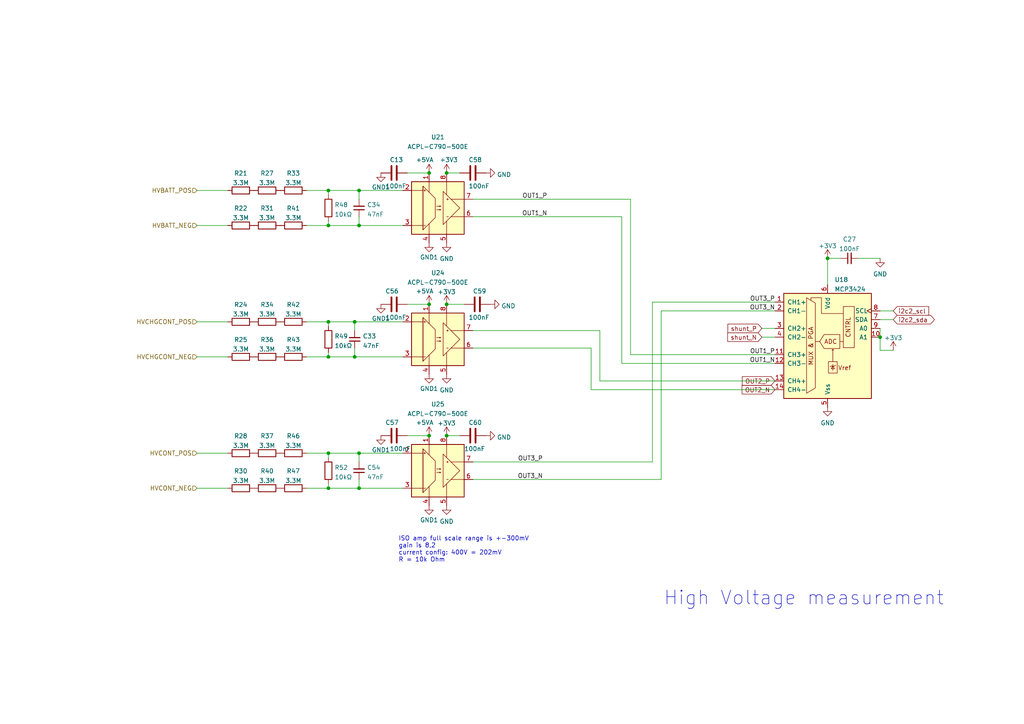
<source format=kicad_sch>
(kicad_sch (version 20230121) (generator eeschema)
  (paper "A4")
  (title_block (title "Tesla Model 3 Battery Controller") (date "2022-03-23") (rev "v0.3") (company "Wim Boone"))
  (lib_symbols
    (symbol "Analog_ADC:MCP3424" (pin_names (offset 1.016))
      (property "Reference" "U" (at -2.54 11.43 0))
      (property "Value" "MCP3424" (at -2.54 8.89 0))
      (symbol "MCP3424_0_0"
        (polyline (pts (xy -6.096 6.35) (xy -3.556 4.826) (xy -3.556 -19.812) (xy -6.096 -21.336) (xy -6.096 6.35)))
        (polyline (pts (xy 4.572 1.778) (xy -1.778 1.778) (xy -1.778 6.35) (xy -4.826 6.35) (xy -4.826 5.588)))
        (polyline (pts (xy 3.556 -4.318) (xy 3.556 -8.382) (xy -1.016 -8.382) (xy -2.286 -6.35) (xy -1.016 -4.318) (xy 3.556 -4.318)))
        (text "ADC" (at 0.889 -6.35 0) (effects (font (size 1.27 1.27))))
        (text "CNTRL" (at 6.731 -5.207 900) (effects (font (size 1.27 1.27)) (justify left bottom)))
        (text "MUX & PGA" (at -4.826 -7.62 900) (effects (font (size 1.27 1.27))))
        (text "Vref" (at 4.953 -13.97 0) (effects (font (size 1.27 1.27))))
      )
      (symbol "MCP3424_0_1"
        (polyline (pts (xy -3.556 -6.35) (xy -2.286 -6.35)))
        (polyline (pts (xy 1.016 -13.462) (xy 0.762 -13.716)))
        (polyline (pts (xy 1.524 -12.954) (xy 1.524 -14.732)))
        (polyline (pts (xy 1.524 -8.636) (xy 1.778 -8.89)))
        (polyline (pts (xy 3.556 -6.35) (xy 4.572 -6.35)))
        (polyline (pts (xy 1.016 -13.462) (xy 2.032 -13.462) (xy 2.286 -13.208)))
        (polyline (pts (xy 1.524 -12.192) (xy 1.524 -8.636) (xy 1.27 -8.89)))
        (polyline (pts (xy 1.524 -13.462) (xy 1.016 -14.224) (xy 2.032 -14.224) (xy 1.524 -13.462)))
        (rectangle (start 0.254 -12.192) (end 2.794 -15.494))
        (rectangle (start 4.572 -8.128) (end 7.747 3.81))
        (rectangle (start 12.7 7.62) (end -12.7 -22.86) (stroke (width 0.254)) (fill (type background)))
      )
      (symbol "MCP3424_1_1"
        (pin input line (at -15.24 5.08 0) (length 2.54) (name "CH1+") (number "1"))
        (pin input line (at 15.24 -5.08 180) (length 2.54) (name "A1") (number "10"))
        (pin input line (at -15.24 -10.16 0) (length 2.54) (name "CH3+") (number "11"))
        (pin input line (at -15.24 -12.7 0) (length 2.54) (name "CH3-") (number "12"))
        (pin input line (at -15.24 -17.78 0) (length 2.54) (name "CH4+") (number "13"))
        (pin input line (at -15.24 -20.32 0) (length 2.54) (name "CH4-") (number "14"))
        (pin input line (at -15.24 2.54 0) (length 2.54) (name "CH1-") (number "2"))
        (pin input line (at -15.24 -2.54 0) (length 2.54) (name "CH2+") (number "3"))
        (pin input line (at -15.24 -5.08 0) (length 2.54) (name "CH2-") (number "4"))
        (pin power_in line (at 0 -25.4 90) (length 2.54) (name "Vss") (number "5"))
        (pin power_in line (at 0 10.16 270) (length 2.54) (name "Vdd") (number "6"))
        (pin bidirectional line (at 15.24 0 180) (length 2.54) (name "SDA") (number "7"))
        (pin input clock (at 15.24 2.54 180) (length 2.54) (name "SCL") (number "8"))
        (pin input line (at 15.24 -2.54 180) (length 2.54) (name "A0") (number "9"))
      )
    )
    (symbol "Device:C" (pin_numbers hide) (pin_names (offset 0.254))
      (property "Reference" "C" (at 0.635 2.54 0))
      (property "Value" "C" (at 0.635 -2.54 0))
      (symbol "C_0_1"
        (polyline (pts (xy -2.032 -0.762) (xy 2.032 -0.762)) (stroke (width 0.508)))
        (polyline (pts (xy -2.032 0.762) (xy 2.032 0.762)) (stroke (width 0.508)))
      )
      (symbol "C_1_1"
        (pin passive line (at 0 3.81 270) (length 2.794) (name "~") (number "1"))
        (pin passive line (at 0 -3.81 90) (length 2.794) (name "~") (number "2"))
      )
    )
    (symbol "Device:C_Small" (pin_numbers hide) (pin_names (offset 0.254) hide)
      (property "Reference" "C" (at 0.254 1.778 0))
      (property "Value" "C_Small" (at 0.254 -2.032 0))
      (symbol "C_Small_0_1"
        (polyline (pts (xy -1.524 -0.508) (xy 1.524 -0.508)) (stroke (width 0.3302)))
        (polyline (pts (xy -1.524 0.508) (xy 1.524 0.508)) (stroke (width 0.3048)))
      )
      (symbol "C_Small_1_1"
        (pin passive line (at 0 2.54 270) (length 2.032) (name "~") (number "1"))
        (pin passive line (at 0 -2.54 90) (length 2.032) (name "~") (number "2"))
      )
    )
    (symbol "Device:R" (pin_numbers hide) (pin_names (offset 0))
      (property "Reference" "R" (at 2.032 0 90))
      (property "Value" "R" (at 0 0 90))
      (symbol "R_0_1"
        (rectangle (start -1.016 -2.54) (end 1.016 2.54) (stroke (width 0.254)))
      )
      (symbol "R_1_1"
        (pin passive line (at 0 3.81 270) (length 1.27) (name "~") (number "1"))
        (pin passive line (at 0 -3.81 90) (length 1.27) (name "~") (number "2"))
      )
    )
    (symbol "Isolator_Analog:ACPL-C790" (pin_names (offset 0) hide)
      (property "Reference" "U" (at -5.08 10.795 0))
      (property "Value" "ACPL-C790" (at -5.08 8.89 0))
      (symbol "ACPL-C790_0_1"
        (rectangle (start -7.62 7.62) (end 7.62 -7.62) (stroke (width 0.254)) (fill (type background)))
        (polyline (pts (xy -7.62 -5.08) (xy -4.318 -5.08)))
        (polyline (pts (xy -7.62 5.08) (xy -4.318 5.08)))
        (polyline (pts (xy -4.318 6.35) (xy -4.318 -6.35)))
        (polyline (pts (xy -4.064 -5.08) (xy -3.556 -5.08)))
        (polyline (pts (xy -4.064 5.08) (xy -3.556 5.08)))
        (polyline (pts (xy -3.81 5.334) (xy -3.81 4.826)))
        (polyline (pts (xy -2.54 -7.62) (xy -2.54 -4.572)))
        (polyline (pts (xy -2.54 7.62) (xy -2.54 4.572)))
        (polyline (pts (xy 2.54 -7.62) (xy 2.54 -3.81)))
        (polyline (pts (xy 2.54 7.62) (xy 2.54 3.81)))
        (polyline (pts (xy 2.794 2.794) (xy 2.794 2.286)))
        (polyline (pts (xy 3.048 -2.54) (xy 2.54 -2.54)))
        (polyline (pts (xy 3.048 2.54) (xy 2.54 2.54)))
        (polyline (pts (xy 7.62 -2.54) (xy 3.81 -2.54)))
        (polyline (pts (xy 7.62 2.54) (xy 3.81 2.54)))
        (polyline (pts (xy 6.35 0) (xy 1.524 -4.826) (xy 1.524 4.826) (xy 6.35 0)))
        (polyline (pts (xy -4.318 -6.35) (xy -0.762 -2.794) (xy -0.762 2.794) (xy -4.318 6.35) (xy -4.318 -6.35)))
        (polyline (pts (xy -0.381 -0.508) (xy 0.889 -0.508) (xy 0.508 -0.635) (xy 0.508 -0.381) (xy 0.889 -0.508)))
        (polyline (pts (xy -0.381 0.508) (xy 0.889 0.508) (xy 0.508 0.381) (xy 0.508 0.635) (xy 0.889 0.508)))
      )
      (symbol "ACPL-C790_1_1"
        (pin power_in line (at -2.54 10.16 270) (length 2.54) (name "VDD1") (number "1"))
        (pin input line (at -10.16 5.08 0) (length 2.54) (name "IN+") (number "2"))
        (pin input line (at -10.16 -5.08 0) (length 2.54) (name "IN-") (number "3"))
        (pin power_in line (at -2.54 -10.16 90) (length 2.54) (name "GND1") (number "4"))
        (pin power_in line (at 2.54 -10.16 90) (length 2.54) (name "GND2") (number "5"))
        (pin output line (at 10.16 -2.54 180) (length 2.54) (name "OUT-") (number "6"))
        (pin output line (at 10.16 2.54 180) (length 2.54) (name "OUT+") (number "7"))
        (pin power_in line (at 2.54 10.16 270) (length 2.54) (name "VDD2") (number "8"))
      )
    )
    (symbol "power:+3V3" (power) (pin_names (offset 0))
      (property "Value" "+3V3" (at 0 3.556 0))
      (symbol "+3V3_0_1"
        (polyline (pts (xy -0.762 1.27) (xy 0 2.54)))
        (polyline (pts (xy 0 0) (xy 0 2.54)))
        (polyline (pts (xy 0 2.54) (xy 0.762 1.27)))
      )
      (symbol "+3V3_1_1"
        (pin power_in line (at 0 0 90) (length 0) hide (name "+3V3") (number "1"))
      )
    )
    (symbol "power:+5VA" (power) (pin_names (offset 0))
      (property "Value" "+5VA" (at 0 3.556 0))
      (symbol "+5VA_0_1"
        (polyline (pts (xy -0.762 1.27) (xy 0 2.54)))
        (polyline (pts (xy 0 0) (xy 0 2.54)))
        (polyline (pts (xy 0 2.54) (xy 0.762 1.27)))
      )
      (symbol "+5VA_1_1"
        (pin power_in line (at 0 0 90) (length 0) hide (name "+5VA") (number "1"))
      )
    )
    (symbol "power:GND" (power) (pin_names (offset 0))
      (property "Value" "GND" (at 0 -3.81 0))
      (symbol "GND_0_1"
        (polyline (pts (xy 0 0) (xy 0 -1.27) (xy 1.27 -1.27) (xy 0 -2.54) (xy -1.27 -1.27) (xy 0 -1.27)))
      )
      (symbol "GND_1_1"
        (pin power_in line (at 0 0 270) (length 0) hide (name "GND") (number "1"))
      )
    )
    (symbol "power:GND1" (power) (pin_names (offset 0))
      (property "Value" "GND1" (at 0 -3.81 0))
      (symbol "GND1_0_1"
        (polyline (pts (xy 0 0) (xy 0 -1.27) (xy 1.27 -1.27) (xy 0 -2.54) (xy -1.27 -1.27) (xy 0 -1.27)))
      )
      (symbol "GND1_1_1"
        (pin power_in line (at 0 0 270) (length 0) hide (name "GND1") (number "1"))
      )
    )
  )
  (junction (at 129.54 50.165))
  (junction (at 102.87 103.505))
  (junction (at 104.14 55.245))
  (junction (at 95.25 103.505))
  (junction (at 95.25 93.345))
  (junction (at 104.14 131.445))
  (junction (at 104.14 65.405))
  (junction (at 104.14 141.605))
  (junction (at 124.46 126.365))
  (junction (at 124.46 88.265))
  (junction (at 95.25 65.405))
  (junction (at 129.54 126.365))
  (junction (at 255.27 97.79))
  (junction (at 102.87 93.345))
  (junction (at 240.03 74.93))
  (junction (at 95.25 141.605))
  (junction (at 129.54 88.265))
  (junction (at 95.25 55.245))
  (junction (at 95.25 131.445))
  (junction (at 124.46 50.165))
  (wire (pts (xy 104.14 131.445) (xy 116.84 131.445)))
  (wire (pts (xy 104.14 131.445) (xy 104.14 133.985)))
  (wire (pts (xy 104.14 65.405) (xy 116.84 65.405)))
  (wire (pts (xy 95.25 141.605) (xy 104.14 141.605)))
  (wire (pts (xy 240.03 74.93) (xy 240.03 82.55)))
  (wire (pts (xy 57.15 93.345) (xy 66.04 93.345)))
  (wire (pts (xy 57.15 141.605) (xy 66.04 141.605)))
  (wire (pts (xy 182.88 102.87) (xy 224.79 102.87)))
  (wire (pts (xy 259.08 101.6) (xy 255.27 101.6)))
  (wire (pts (xy 224.79 105.41) (xy 180.34 105.41)))
  (wire (pts (xy 102.87 93.345) (xy 116.84 93.345)))
  (wire (pts (xy 129.54 126.365) (xy 133.35 126.365)))
  (wire (pts (xy 95.25 65.405) (xy 88.9 65.405)))
  (wire (pts (xy 255.27 101.6) (xy 255.27 97.79)))
  (wire (pts (xy 171.45 113.03) (xy 171.45 100.965)))
  (wire (pts (xy 129.54 88.265) (xy 134.62 88.265)))
  (wire (pts (xy 104.14 55.245) (xy 116.84 55.245)))
  (wire (pts (xy 104.14 139.065) (xy 104.14 141.605)))
  (wire (pts (xy 182.88 57.785) (xy 182.88 102.87)))
  (wire (pts (xy 124.46 88.265) (xy 118.11 88.265)))
  (wire (pts (xy 57.15 55.245) (xy 66.04 55.245)))
  (wire (pts (xy 104.14 62.865) (xy 104.14 65.405)))
  (wire (pts (xy 173.99 95.885) (xy 173.99 110.49)))
  (wire (pts (xy 137.16 100.965) (xy 171.45 100.965)))
  (wire (pts (xy 248.92 74.93) (xy 255.27 74.93)))
  (wire (pts (xy 137.16 62.865) (xy 180.34 62.865)))
  (wire (pts (xy 95.25 93.345) (xy 102.87 93.345)))
  (wire (pts (xy 102.87 93.345) (xy 102.87 95.885)))
  (wire (pts (xy 57.15 65.405) (xy 66.04 65.405)))
  (wire (pts (xy 57.15 131.445) (xy 66.04 131.445)))
  (wire (pts (xy 88.9 55.245) (xy 95.25 55.245)))
  (wire (pts (xy 95.25 64.135) (xy 95.25 65.405)))
  (wire (pts (xy 191.77 90.17) (xy 191.77 139.065)))
  (wire (pts (xy 137.16 133.985) (xy 189.23 133.985)))
  (wire (pts (xy 255.27 97.79) (xy 255.27 95.25)))
  (wire (pts (xy 57.15 103.505) (xy 66.04 103.505)))
  (wire (pts (xy 95.25 55.245) (xy 104.14 55.245)))
  (wire (pts (xy 220.98 97.79) (xy 224.79 97.79)))
  (wire (pts (xy 189.23 87.63) (xy 224.79 87.63)))
  (wire (pts (xy 173.99 110.49) (xy 224.79 110.49)))
  (wire (pts (xy 95.25 102.235) (xy 95.25 103.505)))
  (wire (pts (xy 224.79 90.17) (xy 191.77 90.17)))
  (wire (pts (xy 259.08 92.71) (xy 255.27 92.71)))
  (wire (pts (xy 95.25 103.505) (xy 88.9 103.505)))
  (wire (pts (xy 137.16 57.785) (xy 182.88 57.785)))
  (wire (pts (xy 116.84 103.505) (xy 102.87 103.505)))
  (wire (pts (xy 137.16 139.065) (xy 191.77 139.065)))
  (wire (pts (xy 124.46 126.365) (xy 118.11 126.365)))
  (wire (pts (xy 104.14 55.245) (xy 104.14 57.785)))
  (wire (pts (xy 102.87 103.505) (xy 95.25 103.505)))
  (wire (pts (xy 224.79 113.03) (xy 171.45 113.03)))
  (wire (pts (xy 95.25 93.345) (xy 95.25 94.615)))
  (wire (pts (xy 259.08 90.17) (xy 255.27 90.17)))
  (wire (pts (xy 88.9 131.445) (xy 95.25 131.445)))
  (wire (pts (xy 180.34 105.41) (xy 180.34 62.865)))
  (wire (pts (xy 240.03 74.93) (xy 243.84 74.93)))
  (wire (pts (xy 95.25 131.445) (xy 104.14 131.445)))
  (wire (pts (xy 189.23 133.985) (xy 189.23 87.63)))
  (wire (pts (xy 124.46 50.165) (xy 118.11 50.165)))
  (wire (pts (xy 95.25 140.335) (xy 95.25 141.605)))
  (wire (pts (xy 137.16 95.885) (xy 173.99 95.885)))
  (wire (pts (xy 88.9 141.605) (xy 95.25 141.605)))
  (wire (pts (xy 95.25 93.345) (xy 88.9 93.345)))
  (wire (pts (xy 95.25 55.245) (xy 95.25 56.515)))
  (wire (pts (xy 102.87 100.965) (xy 102.87 103.505)))
  (wire (pts (xy 220.98 95.25) (xy 224.79 95.25)))
  (wire (pts (xy 129.54 50.165) (xy 133.35 50.165)))
  (wire (pts (xy 104.14 141.605) (xy 116.84 141.605)))
  (wire (pts (xy 95.25 65.405) (xy 104.14 65.405)))
  (wire (pts (xy 95.25 131.445) (xy 95.25 132.715)))
  (text "High Voltage measurement" (at 192.405 175.895 0) (effects (font (size 4 4)) (justify left bottom)))
  (text "ISO amp full scale range is +-300mV\ngain is 8,2\ncurrent config: 400V = 202mV\nR = 10k Ohm" (at 115.57 163.195 0) (effects (font (size 1.27 1.27)) (justify left bottom)))
  (label "OUT1_N" (at 224.79 105.41 180))
  (label "OUT3_N" (at 224.79 90.17 180))
  (label "OUT1_N" (at 158.75 62.865 180))
  (label "OUT3_P" (at 224.79 87.63 180))
  (label "OUT1_P" (at 158.75 57.785 180))
  (label "OUT1_P" (at 224.79 102.87 180))
  (label "OUT3_N" (at 157.48 139.065 180))
  (label "OUT3_P" (at 157.48 133.985 180))
  (global_label "i2c2_sda" (shape bidirectional) (at 259.08 92.71 0) (property "Intersheetrefs" "${INTERSHEET_REFS}" (effects hide)))
  (global_label "shunt_P" (shape input) (at 220.98 95.25 180) (property "Intersheetrefs" "${INTERSHEET_REFS}" (effects hide)))
  (global_label "OUT2_P" (shape input) (at 224.79 110.49 180) (property "Intersheetrefs" "${INTERSHEET_REFS}" (effects hide)))
  (global_label "OUT2_N" (shape input) (at 224.79 113.03 180) (property "Intersheetrefs" "${INTERSHEET_REFS}" (effects hide)))
  (global_label "shunt_N" (shape input) (at 220.98 97.79 180) (property "Intersheetrefs" "${INTERSHEET_REFS}" (effects hide)))
  (global_label "i2c2_scl" (shape input) (at 259.08 90.17 0) (property "Intersheetrefs" "${INTERSHEET_REFS}" (effects hide)))
  (hierarchical_label "HVCHGCONT_POS" (shape input) (at 57.15 93.345 180))
  (hierarchical_label "HVCONT_POS" (shape input) (at 57.15 131.445 180))
  (hierarchical_label "HVBATT_NEG" (shape input) (at 57.15 65.405 180))
  (hierarchical_label "HVCHGCONT_NEG" (shape input) (at 57.15 103.505 180))
  (hierarchical_label "HVBATT_POS" (shape input) (at 57.15 55.245 180))
  (hierarchical_label "HVCONT_NEG" (shape input) (at 57.15 141.605 180))
  (symbol (lib_id "Device:R") (at 85.09 65.405 90) (unit 1)
    (property "Reference" "R41" (at 85.09 60.4225 90))
    (property "Value" "3.3M" (at 85.09 63.1976 90))
    (property "Footprint" "Resistor_SMD:R_0805_2012Metric_Pad1.20x1.40mm_HandSolder" (effects hide))
    (property "Description" "Thin Film Resistors .2W 3.3Mohms .1% '0805 25ppm AEC-Q200" (effects hide))
    (property "Manufacturer_Part_Number" "RG2012P-225-B-T5" (effects hide))
    (property "Mouser Part Number" "594-MCU0805MD3304BP5" (effects hide))
    (property "Mouser Price/Stock" "https://nl.mouser.com/ProductDetail/Vishay-Beyschlag/MCU0805MD3304BP500?qs=sGAEpiMZZMvdGkrng054tzrpBd13L%252B8iH1SULC55G7v2LgRzFLLKDQ%3D%3D" (effects hide))
  )
  (symbol (lib_id "Device:R") (at 77.47 131.445 90) (unit 1)
    (property "Reference" "R37" (at 77.47 126.4625 90))
    (property "Value" "3.3M" (at 77.47 129.2376 90))
    (property "Footprint" "Resistor_SMD:R_0805_2012Metric_Pad1.20x1.40mm_HandSolder" (effects hide))
    (property "Description" "Thin Film Resistors .2W 3.3Mohms .1% '0805 25ppm AEC-Q200" (effects hide))
    (property "Manufacturer_Part_Number" "RG2012P-225-B-T5" (effects hide))
    (property "Mouser Part Number" "594-MCU0805MD3304BP5" (effects hide))
    (property "Mouser Price/Stock" "https://nl.mouser.com/ProductDetail/Vishay-Beyschlag/MCU0805MD3304BP500?qs=sGAEpiMZZMvdGkrng054tzrpBd13L%252B8iH1SULC55G7v2LgRzFLLKDQ%3D%3D" (effects hide))
  )
  (symbol (lib_id "Device:R") (at 85.09 131.445 90) (unit 1)
    (property "Reference" "R46" (at 85.09 126.4625 90))
    (property "Value" "3.3M" (at 85.09 129.2376 90))
    (property "Footprint" "Resistor_SMD:R_0805_2012Metric_Pad1.20x1.40mm_HandSolder" (effects hide))
    (property "Description" "Thin Film Resistors .2W 3.3Mohms .1% '0805 25ppm AEC-Q200" (effects hide))
    (property "Manufacturer_Part_Number" "RG2012P-225-B-T5" (effects hide))
    (property "Mouser Part Number" "594-MCU0805MD3304BP5" (effects hide))
    (property "Mouser Price/Stock" "https://nl.mouser.com/ProductDetail/Vishay-Beyschlag/MCU0805MD3304BP500?qs=sGAEpiMZZMvdGkrng054tzrpBd13L%252B8iH1SULC55G7v2LgRzFLLKDQ%3D%3D" (effects hide))
  )
  (symbol (lib_id "Device:R") (at 95.25 60.325 180) (unit 1)
    (property "Reference" "R48" (at 97.028 59.4165 0) (effects (justify right)))
    (property "Value" "10kΩ" (at 97.028 62.1916 0) (effects (justify right)))
    (property "Footprint" "Resistor_SMD:R_0402_1005Metric_Pad0.72x0.64mm_HandSolder" (effects hide))
    (property "LCSC Part" "C328417" (effects hide))
    (property "Description" "±0.1% 60mW Thin Film Resistor 75V ±10ppm/℃ -55℃~+125℃ 10kΩ 0402" (effects hide))
  )
  (symbol (lib_id "power:+5VA") (at 124.46 50.165 0) (unit 1)
    (property "Reference" "#PWR030" (effects hide))
    (property "Value" "+5VA" (at 123.19 46.355 0))
    (instances (project "hv_controller" (path "" (reference "#PWR030") (unit 1)) (path "" (reference "#PWR032") (unit 1))))
  )
  (symbol (lib_id "Device:R") (at 77.47 141.605 90) (unit 1)
    (property "Reference" "R40" (at 77.47 136.6225 90))
    (property "Value" "3.3M" (at 77.47 139.3976 90))
    (property "Footprint" "Resistor_SMD:R_0805_2012Metric_Pad1.20x1.40mm_HandSolder" (effects hide))
    (property "Description" "Thin Film Resistors .2W 3.3Mohms .1% '0805 25ppm AEC-Q200" (effects hide))
    (property "Manufacturer_Part_Number" "RG2012P-225-B-T5" (effects hide))
    (property "Mouser Part Number" "594-MCU0805MD3304BP5" (effects hide))
    (property "Mouser Price/Stock" "https://nl.mouser.com/ProductDetail/Vishay-Beyschlag/MCU0805MD3304BP500?qs=sGAEpiMZZMvdGkrng054tzrpBd13L%252B8iH1SULC55G7v2LgRzFLLKDQ%3D%3D" (effects hide))
  )
  (symbol (lib_id "Device:R") (at 69.85 55.245 90) (unit 1)
    (property "Reference" "R21" (at 69.85 50.2625 90))
    (property "Value" "3.3M" (at 69.85 53.0376 90))
    (property "Footprint" "Resistor_SMD:R_0805_2012Metric_Pad1.20x1.40mm_HandSolder" (effects hide))
    (property "Description" "Thin Film Resistors .2W 3.3Mohms .1% '0805 25ppm AEC-Q200" (effects hide))
    (property "Manufacturer_Part_Number" "RG2012P-225-B-T5" (effects hide))
    (property "Mouser Part Number" "594-MCU0805MD3304BP5" (effects hide))
    (property "Mouser Price/Stock" "https://nl.mouser.com/ProductDetail/Vishay-Beyschlag/MCU0805MD3304BP500?qs=sGAEpiMZZMvdGkrng054tzrpBd13L%252B8iH1SULC55G7v2LgRzFLLKDQ%3D%3D" (effects hide))
  )
  (symbol (lib_id "Device:C_Small") (at 102.87 98.425 180) (unit 1)
    (property "Reference" "C33" (at 105.1941 97.5101 0) (effects (justify right)))
    (property "Value" "47nF" (at 105.1941 100.2852 0) (effects (justify right)))
    (property "Footprint" "Capacitor_SMD:C_0603_1608Metric" (effects hide))
    (property "LCSC Part" "C1622" (effects hide))
    (property "Description" "50V 47nF X7R ±10% 0603  Multilayer Ceramic Capacitors MLCC - SMD/SMT ROHS" (effects hide))
  )
  (symbol (lib_id "Device:R") (at 95.25 136.525 180) (unit 1)
    (property "Reference" "R52" (at 97.028 135.6165 0) (effects (justify right)))
    (property "Value" "10kΩ" (at 97.028 138.3916 0) (effects (justify right)))
    (property "Footprint" "Resistor_SMD:R_0402_1005Metric_Pad0.72x0.64mm_HandSolder" (effects hide))
    (property "LCSC Part" "C328417" (effects hide))
    (property "Description" "±0.1% 60mW Thin Film Resistor 75V ±10ppm/℃ -55℃~+125℃ 10kΩ 0402" (effects hide))
  )
  (symbol (lib_id "Device:R") (at 77.47 55.245 90) (unit 1)
    (property "Reference" "R27" (at 77.47 50.2625 90))
    (property "Value" "3.3M" (at 77.47 53.0376 90))
    (property "Footprint" "Resistor_SMD:R_0805_2012Metric_Pad1.20x1.40mm_HandSolder" (effects hide))
    (property "Description" "Thin Film Resistors .2W 3.3Mohms .1% '0805 25ppm AEC-Q200" (effects hide))
    (property "Manufacturer_Part_Number" "RG2012P-225-B-T5" (effects hide))
    (property "Mouser Part Number" "594-MCU0805MD3304BP5" (effects hide))
    (property "Mouser Price/Stock" "https://nl.mouser.com/ProductDetail/Vishay-Beyschlag/MCU0805MD3304BP500?qs=sGAEpiMZZMvdGkrng054tzrpBd13L%252B8iH1SULC55G7v2LgRzFLLKDQ%3D%3D" (effects hide))
  )
  (symbol (lib_id "Device:R") (at 95.25 98.425 180) (unit 1)
    (property "Reference" "R49" (at 97.028 97.5165 0) (effects (justify right)))
    (property "Value" "10kΩ" (at 97.028 100.2916 0) (effects (justify right)))
    (property "Footprint" "Resistor_SMD:R_0402_1005Metric_Pad0.72x0.64mm_HandSolder" (effects hide))
    (property "LCSC Part" "C328417" (effects hide))
    (property "Description" "±0.1% 60mW Thin Film Resistor 75V ±10ppm/℃ -55℃~+125℃ 10kΩ 0402" (effects hide))
  )
  (symbol (lib_id "power:GND") (at 255.27 74.93 0) (unit 1)
    (property "Reference" "#PWR0171" (effects hide))
    (property "Value" "GND" (at 255.27 79.4924 0))
  )
  (symbol (lib_id "Device:C") (at 114.3 50.165 270) (unit 1)
    (property "Reference" "C13" (at 113.03 46.355 90) (effects (justify left)))
    (property "Value" "100nF" (at 111.76 53.975 90) (effects (justify left)))
    (property "Footprint" "Capacitor_SMD:C_0603_1608Metric" (effects hide))
    (property "LCSC Part" "C14663" (effects hide))
    (property "Description" "50V 100nF X7R ±10% 0603  Multilayer Ceramic Capacitors MLCC - SMD/SMT ROHS" (effects hide))
  )
  (symbol (lib_id "Device:C") (at 137.16 50.165 270) (unit 1)
    (property "Reference" "C58" (at 135.89 46.355 90) (effects (justify left)))
    (property "Value" "100nF" (at 135.89 53.975 90) (effects (justify left)))
    (property "Footprint" "Capacitor_SMD:C_0603_1608Metric" (effects hide))
    (property "LCSC Part" "C14663" (effects hide))
    (property "Description" "50V 100nF X7R ±10% 0603  Multilayer Ceramic Capacitors MLCC - SMD/SMT ROHS" (effects hide))
  )
  (symbol (lib_id "Device:R") (at 85.09 141.605 90) (unit 1)
    (property "Reference" "R47" (at 85.09 136.6225 90))
    (property "Value" "3.3M" (at 85.09 139.3976 90))
    (property "Footprint" "Resistor_SMD:R_0805_2012Metric_Pad1.20x1.40mm_HandSolder" (effects hide))
    (property "Description" "Thin Film Resistors .2W 3.3Mohms .1% '0805 25ppm AEC-Q200" (effects hide))
    (property "Manufacturer_Part_Number" "RG2012P-225-B-T5" (effects hide))
    (property "Mouser Part Number" "594-MCU0805MD3304BP5" (effects hide))
    (property "Mouser Price/Stock" "https://nl.mouser.com/ProductDetail/Vishay-Beyschlag/MCU0805MD3304BP500?qs=sGAEpiMZZMvdGkrng054tzrpBd13L%252B8iH1SULC55G7v2LgRzFLLKDQ%3D%3D" (effects hide))
  )
  (symbol (lib_id "Analog_ADC:MCP3424") (at 240.03 92.71 0) (unit 1)
    (property "Reference" "U18" (at 242.0494 81.1235 0) (effects (justify left)))
    (property "Value" "MCP3424" (at 242.0494 83.8986 0) (effects (justify left)))
    (property "Footprint" "Package_SO:SOIC-14_3.9x8.7mm_P1.27mm" (effects hide))
    (property "Datasheet" "http://ww1.microchip.com/downloads/en/DeviceDoc/22088c.pdf" (effects hide))
    (property "LCSC Part" "C640884" (effects hide))
    (property "Description" "Analog to Digital Converters - ADC 18B delta-sigma ADC dual Ch 4sps" (effects hide))
    (property "Mouser Part Number" "579-MCP3424-E/SL" (effects hide))
    (property "Mouser Price/Stock" "https://nl.mouser.com/ProductDetail/Microchip-Technology/MCP3424-E-SL?qs=87%2Fgv35YuOdi7hyVaD5n4A%3D%3D" (effects hide))
  )
  (symbol (lib_id "Device:C") (at 138.43 88.265 270) (unit 1)
    (property "Reference" "C59" (at 137.16 84.455 90) (effects (justify left)))
    (property "Value" "100nF" (at 135.89 92.075 90) (effects (justify left)))
    (property "Footprint" "Capacitor_SMD:C_0603_1608Metric" (effects hide))
    (property "LCSC Part" "C14663" (effects hide))
    (property "Description" "50V 100nF X7R ±10% 0603  Multilayer Ceramic Capacitors MLCC - SMD/SMT ROHS" (effects hide))
  )
  (symbol (lib_id "power:GND") (at 140.97 126.365 90) (unit 1)
    (property "Reference" "#PWR0188" (effects hide))
    (property "Value" "GND" (at 144.145 126.844 90) (effects (justify right)))
  )
  (symbol (lib_id "Device:C") (at 114.3 126.365 270) (unit 1)
    (property "Reference" "C57" (at 111.76 122.555 90) (effects (justify left)))
    (property "Value" "100nF" (at 113.03 130.175 90) (effects (justify left)))
    (property "Footprint" "Capacitor_SMD:C_0603_1608Metric" (effects hide))
    (property "LCSC Part" "C14663" (effects hide))
    (property "Description" "50V 100nF X7R ±10% 0603  Multilayer Ceramic Capacitors MLCC - SMD/SMT ROHS" (effects hide))
  )
  (symbol (lib_id "power:GND1") (at 124.46 108.585 0) (unit 1)
    (property "Reference" "#PWR031" (effects hide))
    (property "Value" "GND1" (at 124.46 112.7181 0))
    (instances (project "hv_controller" (path "" (reference "#PWR031") (unit 1)) (path "" (reference "#PWR034") (unit 1))))
  )
  (symbol (lib_id "Device:R") (at 85.09 103.505 90) (unit 1)
    (property "Reference" "R43" (at 85.09 98.5225 90))
    (property "Value" "3.3M" (at 85.09 101.2976 90))
    (property "Footprint" "Resistor_SMD:R_0805_2012Metric_Pad1.20x1.40mm_HandSolder" (effects hide))
    (property "Description" "Thin Film Resistors .2W 3.3Mohms .1% '0805 25ppm AEC-Q200" (effects hide))
    (property "Manufacturer_Part_Number" "RG2012P-225-B-T5" (effects hide))
    (property "Mouser Part Number" "594-MCU0805MD3304BP5" (effects hide))
    (property "Mouser Price/Stock" "https://nl.mouser.com/ProductDetail/Vishay-Beyschlag/MCU0805MD3304BP500?qs=sGAEpiMZZMvdGkrng054tzrpBd13L%252B8iH1SULC55G7v2LgRzFLLKDQ%3D%3D" (effects hide))
  )
  (symbol (lib_id "Device:R") (at 85.09 55.245 90) (unit 1)
    (property "Reference" "R33" (at 85.09 50.2625 90))
    (property "Value" "3.3M" (at 85.09 53.0376 90))
    (property "Footprint" "Resistor_SMD:R_0805_2012Metric_Pad1.20x1.40mm_HandSolder" (effects hide))
    (property "Description" "Thin Film Resistors .2W 3.3Mohms .1% '0805 25ppm AEC-Q200" (effects hide))
    (property "Manufacturer_Part_Number" "RG2012P-225-B-T5" (effects hide))
    (property "Mouser Part Number" "594-MCU0805MD3304BP5" (effects hide))
    (property "Mouser Price/Stock" "https://nl.mouser.com/ProductDetail/Vishay-Beyschlag/MCU0805MD3304BP500?qs=sGAEpiMZZMvdGkrng054tzrpBd13L%252B8iH1SULC55G7v2LgRzFLLKDQ%3D%3D" (effects hide))
  )
  (symbol (lib_id "Device:R") (at 77.47 65.405 90) (unit 1)
    (property "Reference" "R31" (at 77.47 60.4225 90))
    (property "Value" "3.3M" (at 77.47 63.1976 90))
    (property "Footprint" "Resistor_SMD:R_0805_2012Metric_Pad1.20x1.40mm_HandSolder" (effects hide))
    (property "Description" "Thin Film Resistors .2W 3.3Mohms .1% '0805 25ppm AEC-Q200" (effects hide))
    (property "Manufacturer_Part_Number" "RG2012P-225-B-T5" (effects hide))
    (property "Mouser Part Number" "594-MCU0805MD3304BP5" (effects hide))
    (property "Mouser Price/Stock" "https://nl.mouser.com/ProductDetail/Vishay-Beyschlag/MCU0805MD3304BP500?qs=sGAEpiMZZMvdGkrng054tzrpBd13L%252B8iH1SULC55G7v2LgRzFLLKDQ%3D%3D" (effects hide))
  )
  (symbol (lib_id "Device:R") (at 85.09 93.345 90) (unit 1)
    (property "Reference" "R42" (at 85.09 88.3625 90))
    (property "Value" "3.3M" (at 85.09 91.1376 90))
    (property "Footprint" "Resistor_SMD:R_0805_2012Metric_Pad1.20x1.40mm_HandSolder" (effects hide))
    (property "Description" "Thin Film Resistors .2W 3.3Mohms .1% '0805 25ppm AEC-Q200" (effects hide))
    (property "Manufacturer_Part_Number" "RG2012P-225-B-T5" (effects hide))
    (property "Mouser Part Number" "594-MCU0805MD3304BP5" (effects hide))
    (property "Mouser Price/Stock" "https://nl.mouser.com/ProductDetail/Vishay-Beyschlag/MCU0805MD3304BP500?qs=sGAEpiMZZMvdGkrng054tzrpBd13L%252B8iH1SULC55G7v2LgRzFLLKDQ%3D%3D" (effects hide))
  )
  (symbol (lib_id "power:GND") (at 140.97 50.165 90) (unit 1)
    (property "Reference" "#PWR0180" (effects hide))
    (property "Value" "GND" (at 144.145 50.644 90) (effects (justify right)))
  )
  (symbol (lib_id "Isolator_Analog:ACPL-C790") (at 127 60.325 0) (unit 1)
    (property "Reference" "U21" (at 127 39.7699 0))
    (property "Value" "ACPL-C790-500E" (at 127 42.545 0))
    (property "Footprint" "Package_SO:SSO-8_6.8x5.9mm_P1.27mm_Clearance8mm" (effects hide))
    (property "Datasheet" "https://datasheet.lcsc.com/lcsc/1809112105_AVAGO-Broadcom-ACPL-C790-500E_C81946.pdf" (effects hide))
    (property "Description" "+/-250 mV-Input Reinforced Isolated Amplifier with High CMTI for Current Sensing" (effects hide))
    (property "LCSC Part" "C545687" (effects hide))
    (property "Mouser Part Number" "595-AMC1300DWV" (effects hide))
    (property "Mouser Price/Stock" "https://www.mouser.co.uk/ProductDetail/Texas-Instruments/AMC1300DWV?qs=MLItCLRbWsza5KP%2FTEfIKA%3D%3D" (effects hide))
  )
  (symbol (lib_id "power:+3V3") (at 129.54 126.365 0) (unit 1)
    (property "Reference" "#PWR0167" (effects hide))
    (property "Value" "+3V3" (at 129.54 122.7605 0))
  )
  (symbol (lib_id "Device:R") (at 69.85 131.445 90) (unit 1)
    (property "Reference" "R28" (at 69.85 126.4625 90))
    (property "Value" "3.3M" (at 69.85 129.2376 90))
    (property "Footprint" "Resistor_SMD:R_0805_2012Metric_Pad1.20x1.40mm_HandSolder" (effects hide))
    (property "Description" "Thin Film Resistors .2W 3.3Mohms .1% '0805 25ppm AEC-Q200" (effects hide))
    (property "Manufacturer_Part_Number" "RG2012P-225-B-T5" (effects hide))
    (property "Mouser Part Number" "594-MCU0805MD3304BP5" (effects hide))
    (property "Mouser Price/Stock" "https://nl.mouser.com/ProductDetail/Vishay-Beyschlag/MCU0805MD3304BP500?qs=sGAEpiMZZMvdGkrng054tzrpBd13L%252B8iH1SULC55G7v2LgRzFLLKDQ%3D%3D" (effects hide))
  )
  (symbol (lib_id "Device:R") (at 69.85 141.605 90) (unit 1)
    (property "Reference" "R30" (at 69.85 136.6225 90))
    (property "Value" "3.3M" (at 69.85 139.3976 90))
    (property "Footprint" "Resistor_SMD:R_0805_2012Metric_Pad1.20x1.40mm_HandSolder" (effects hide))
    (property "Description" "Thin Film Resistors .2W 3.3Mohms .1% '0805 25ppm AEC-Q200" (effects hide))
    (property "Manufacturer_Part_Number" "RG2012P-225-B-T5" (effects hide))
    (property "Mouser Part Number" "594-MCU0805MD3304BP5" (effects hide))
    (property "Mouser Price/Stock" "https://nl.mouser.com/ProductDetail/Vishay-Beyschlag/MCU0805MD3304BP500?qs=sGAEpiMZZMvdGkrng054tzrpBd13L%252B8iH1SULC55G7v2LgRzFLLKDQ%3D%3D" (effects hide))
  )
  (symbol (lib_id "power:GND1") (at 124.46 146.685 0) (unit 1)
    (property "Reference" "#PWR031" (effects hide))
    (property "Value" "GND1" (at 124.46 150.8181 0))
    (instances (project "hv_controller" (path "" (reference "#PWR031") (unit 1)) (path "" (reference "#PWR035") (unit 1))))
  )
  (symbol (lib_id "Isolator_Analog:ACPL-C790") (at 127 136.525 0) (unit 1)
    (property "Reference" "U25" (at 127 117.2399 0))
    (property "Value" "ACPL-C790-500E" (at 127 120.015 0))
    (property "Footprint" "Package_SO:SSO-8_6.8x5.9mm_P1.27mm_Clearance8mm" (effects hide))
    (property "Datasheet" "https://datasheet.lcsc.com/lcsc/1809112105_AVAGO-Broadcom-ACPL-C790-500E_C81946.pdf" (effects hide))
    (property "Description" "+/-250 mV-Input Reinforced Isolated Amplifier with High CMTI for Current Sensing" (effects hide))
    (property "LCSC Part" "C545687" (effects hide))
    (property "Mouser Part Number" "595-AMC1300DWV" (effects hide))
    (property "Mouser Price/Stock" "https://www.mouser.co.uk/ProductDetail/Texas-Instruments/AMC1300DWV?qs=MLItCLRbWsza5KP%2FTEfIKA%3D%3D" (effects hide))
  )
  (symbol (lib_id "power:+3V3") (at 129.54 50.165 0) (unit 1)
    (property "Reference" "#PWR0166" (effects hide))
    (property "Value" "+3V3" (at 130.175 46.355 0))
  )
  (symbol (lib_id "power:+3V3") (at 129.54 88.265 0) (unit 1)
    (property "Reference" "#PWR0157" (effects hide))
    (property "Value" "+3V3" (at 129.54 84.6605 0))
  )
  (symbol (lib_id "Device:R") (at 69.85 65.405 90) (unit 1)
    (property "Reference" "R22" (at 69.85 60.4225 90))
    (property "Value" "3.3M" (at 69.85 63.1976 90))
    (property "Footprint" "Resistor_SMD:R_0805_2012Metric_Pad1.20x1.40mm_HandSolder" (effects hide))
    (property "Description" "Thin Film Resistors .2W 3.3Mohms .1% '0805 25ppm AEC-Q200" (effects hide))
    (property "Manufacturer_Part_Number" "RG2012P-225-B-T5" (effects hide))
    (property "Mouser Part Number" "594-MCU0805MD3304BP5" (effects hide))
    (property "Mouser Price/Stock" "https://nl.mouser.com/ProductDetail/Vishay-Beyschlag/MCU0805MD3304BP500?qs=sGAEpiMZZMvdGkrng054tzrpBd13L%252B8iH1SULC55G7v2LgRzFLLKDQ%3D%3D" (effects hide))
  )
  (symbol (lib_id "power:+5VA") (at 124.46 126.365 0) (unit 1)
    (property "Reference" "#PWR030" (effects hide))
    (property "Value" "+5VA" (at 123.19 122.555 0))
    (instances (project "hv_controller" (path "" (reference "#PWR030") (unit 1)) (path "" (reference "#PWR040") (unit 1))))
  )
  (symbol (lib_id "power:+3V3") (at 259.08 101.6 0) (unit 1)
    (property "Reference" "#PWR0290" (effects hide))
    (property "Value" "+3V3" (at 259.08 97.9955 0))
  )
  (symbol (lib_id "Device:C_Small") (at 246.38 74.93 90) (unit 1)
    (property "Reference" "C27" (at 246.3863 69.4014 90))
    (property "Value" "100nF" (at 246.3863 72.1765 90))
    (property "Footprint" "Capacitor_SMD:C_0603_1608Metric" (effects hide))
    (property "LCSC Part" "C14663" (effects hide))
    (property "Description" "50V 100nF X7R ±10% 0603  Multilayer Ceramic Capacitors MLCC - SMD/SMT ROHS" (effects hide))
  )
  (symbol (lib_id "power:+3V3") (at 240.03 74.93 0) (unit 1)
    (property "Reference" "#PWR0170" (effects hide))
    (property "Value" "+3V3" (at 240.03 71.3255 0))
  )
  (symbol (lib_id "power:+5VA") (at 124.46 88.265 0) (unit 1)
    (property "Reference" "#PWR030" (effects hide))
    (property "Value" "+5VA" (at 123.19 84.455 0))
    (instances (project "hv_controller" (path "" (reference "#PWR030") (unit 1)) (path "" (reference "#PWR039") (unit 1))))
  )
  (symbol (lib_id "power:GND") (at 129.54 146.685 0) (unit 1)
    (property "Reference" "#PWR0168" (effects hide))
    (property "Value" "GND" (at 129.54 151.2474 0))
  )
  (symbol (lib_id "Isolator_Analog:ACPL-C790") (at 127 98.425 0) (unit 1)
    (property "Reference" "U24" (at 127 79.1399 0))
    (property "Value" "ACPL-C790-500E" (at 127 81.915 0))
    (property "Footprint" "Package_SO:SSO-8_6.8x5.9mm_P1.27mm_Clearance8mm" (effects hide))
    (property "Datasheet" "https://datasheet.lcsc.com/lcsc/1809112105_AVAGO-Broadcom-ACPL-C790-500E_C81946.pdf" (effects hide))
    (property "Description" "+/-250 mV-Input Reinforced Isolated Amplifier with High CMTI for Current Sensing" (effects hide))
    (property "LCSC Part" "C545687" (effects hide))
    (property "Mouser Part Number" "595-AMC1300DWV" (effects hide))
    (property "Mouser Price/Stock" "https://www.mouser.co.uk/ProductDetail/Texas-Instruments/AMC1300DWV?qs=MLItCLRbWsza5KP%2FTEfIKA%3D%3D" (effects hide))
  )
  (symbol (lib_id "Device:C_Small") (at 104.14 136.525 180) (unit 1)
    (property "Reference" "C54" (at 106.4641 135.6101 0) (effects (justify right)))
    (property "Value" "47nF" (at 106.4641 138.3852 0) (effects (justify right)))
    (property "Footprint" "Capacitor_SMD:C_0603_1608Metric" (effects hide))
    (property "LCSC Part" "C1622" (effects hide))
    (property "Description" "50V 47nF X7R ±10% 0603  Multilayer Ceramic Capacitors MLCC - SMD/SMT ROHS" (effects hide))
  )
  (symbol (lib_id "power:GND1") (at 110.49 50.165 0) (unit 1)
    (property "Reference" "#PWR031" (effects hide))
    (property "Value" "GND1" (at 110.49 54.2981 0))
    (instances (project "hv_controller" (path "" (reference "#PWR031") (unit 1)) (path "" (reference "#PWR038") (unit 1))))
  )
  (symbol (lib_id "Device:C") (at 137.16 126.365 270) (unit 1)
    (property "Reference" "C60" (at 135.89 122.555 90) (effects (justify left)))
    (property "Value" "100nF" (at 134.62 130.175 90) (effects (justify left)))
    (property "Footprint" "Capacitor_SMD:C_0603_1608Metric" (effects hide))
    (property "LCSC Part" "C14663" (effects hide))
    (property "Description" "50V 100nF X7R ±10% 0603  Multilayer Ceramic Capacitors MLCC - SMD/SMT ROHS" (effects hide))
  )
  (symbol (lib_id "Device:R") (at 69.85 103.505 90) (unit 1)
    (property "Reference" "R25" (at 69.85 98.5225 90))
    (property "Value" "3.3M" (at 69.85 101.2976 90))
    (property "Footprint" "Resistor_SMD:R_0805_2012Metric_Pad1.20x1.40mm_HandSolder" (effects hide))
    (property "Description" "Thin Film Resistors .2W 3.3Mohms .1% '0805 25ppm AEC-Q200" (effects hide))
    (property "Manufacturer_Part_Number" "RG2012P-225-B-T5" (effects hide))
    (property "Mouser Part Number" "594-MCU0805MD3304BP5" (effects hide))
    (property "Mouser Price/Stock" "https://nl.mouser.com/ProductDetail/Vishay-Beyschlag/MCU0805MD3304BP500?qs=sGAEpiMZZMvdGkrng054tzrpBd13L%252B8iH1SULC55G7v2LgRzFLLKDQ%3D%3D" (effects hide))
  )
  (symbol (lib_id "Device:R") (at 69.85 93.345 90) (unit 1)
    (property "Reference" "R24" (at 69.85 88.3625 90))
    (property "Value" "3.3M" (at 69.85 91.1376 90))
    (property "Footprint" "Resistor_SMD:R_0805_2012Metric_Pad1.20x1.40mm_HandSolder" (effects hide))
    (property "Description" "Thin Film Resistors .2W 3.3Mohms .1% '0805 25ppm AEC-Q200" (effects hide))
    (property "Manufacturer_Part_Number" "RG2012P-225-B-T5" (effects hide))
    (property "Mouser Part Number" "594-MCU0805MD3304BP5" (effects hide))
    (property "Mouser Price/Stock" "https://nl.mouser.com/ProductDetail/Vishay-Beyschlag/MCU0805MD3304BP500?qs=sGAEpiMZZMvdGkrng054tzrpBd13L%252B8iH1SULC55G7v2LgRzFLLKDQ%3D%3D" (effects hide))
  )
  (symbol (lib_id "Device:R") (at 77.47 93.345 90) (unit 1)
    (property "Reference" "R34" (at 77.47 88.3625 90))
    (property "Value" "3.3M" (at 77.47 91.1376 90))
    (property "Footprint" "Resistor_SMD:R_0805_2012Metric_Pad1.20x1.40mm_HandSolder" (effects hide))
    (property "Description" "Thin Film Resistors .2W 3.3Mohms .1% '0805 25ppm AEC-Q200" (effects hide))
    (property "Manufacturer_Part_Number" "RG2012P-225-B-T5" (effects hide))
    (property "Mouser Part Number" "594-MCU0805MD3304BP5" (effects hide))
    (property "Mouser Price/Stock" "https://nl.mouser.com/ProductDetail/Vishay-Beyschlag/MCU0805MD3304BP500?qs=sGAEpiMZZMvdGkrng054tzrpBd13L%252B8iH1SULC55G7v2LgRzFLLKDQ%3D%3D" (effects hide))
  )
  (symbol (lib_id "power:GND1") (at 110.49 126.365 0) (unit 1)
    (property "Reference" "#PWR031" (effects hide))
    (property "Value" "GND1" (at 110.49 130.4981 0))
    (instances (project "hv_controller" (path "" (reference "#PWR031") (unit 1)) (path "" (reference "#PWR036") (unit 1))))
  )
  (symbol (lib_id "Device:C") (at 114.3 88.265 270) (unit 1)
    (property "Reference" "C56" (at 111.76 84.455 90) (effects (justify left)))
    (property "Value" "100nF" (at 111.76 92.075 90) (effects (justify left)))
    (property "Footprint" "Capacitor_SMD:C_0603_1608Metric" (effects hide))
    (property "LCSC Part" "C14663" (effects hide))
    (property "Description" "50V 100nF X7R ±10% 0603  Multilayer Ceramic Capacitors MLCC - SMD/SMT ROHS" (effects hide))
  )
  (symbol (lib_id "power:GND") (at 142.24 88.265 90) (unit 1)
    (property "Reference" "#PWR0184" (effects hide))
    (property "Value" "GND" (at 145.415 88.744 90) (effects (justify right)))
  )
  (symbol (lib_id "power:GND1") (at 124.46 70.485 0) (unit 1)
    (property "Reference" "#PWR031" (effects hide))
    (property "Value" "GND1" (at 124.46 74.6181 0))
    (instances (project "hv_controller" (path "" (reference "#PWR031") (unit 1)) (path "" (reference "#PWR033") (unit 1))))
  )
  (symbol (lib_id "power:GND") (at 240.03 118.11 0) (unit 1)
    (property "Reference" "#PWR0136" (effects hide))
    (property "Value" "GND" (at 240.03 122.6724 0))
  )
  (symbol (lib_id "power:GND") (at 129.54 108.585 0) (unit 1)
    (property "Reference" "#PWR0162" (effects hide))
    (property "Value" "GND" (at 129.54 113.1474 0))
  )
  (symbol (lib_id "power:GND1") (at 110.49 88.265 0) (unit 1)
    (property "Reference" "#PWR031" (effects hide))
    (property "Value" "GND1" (at 110.49 92.3981 0))
    (instances (project "hv_controller" (path "" (reference "#PWR031") (unit 1)) (path "" (reference "#PWR037") (unit 1))))
  )
  (symbol (lib_id "Device:C_Small") (at 104.14 60.325 180) (unit 1)
    (property "Reference" "C34" (at 106.4641 59.4101 0) (effects (justify right)))
    (property "Value" "47nF" (at 106.4641 62.1852 0) (effects (justify right)))
    (property "Footprint" "Capacitor_SMD:C_0603_1608Metric" (effects hide))
    (property "LCSC Part" "C1622" (effects hide))
    (property "Description" "50V 47nF X7R ±10% 0603  Multilayer Ceramic Capacitors MLCC - SMD/SMT ROHS" (effects hide))
  )
  (symbol (lib_id "power:GND") (at 129.54 70.485 0) (unit 1)
    (property "Reference" "#PWR0156" (effects hide))
    (property "Value" "GND" (at 129.54 75.0474 0))
  )
  (symbol (lib_id "Device:R") (at 77.47 103.505 90) (unit 1)
    (property "Reference" "R36" (at 77.47 98.5225 90))
    (property "Value" "3.3M" (at 77.47 101.2976 90))
    (property "Footprint" "Resistor_SMD:R_0805_2012Metric_Pad1.20x1.40mm_HandSolder" (effects hide))
    (property "Description" "Thin Film Resistors .2W 3.3Mohms .1% '0805 25ppm AEC-Q200" (effects hide))
    (property "Manufacturer_Part_Number" "RG2012P-225-B-T5" (effects hide))
    (property "Mouser Part Number" "594-MCU0805MD3304BP5" (effects hide))
    (property "Mouser Price/Stock" "https://nl.mouser.com/ProductDetail/Vishay-Beyschlag/MCU0805MD3304BP500?qs=sGAEpiMZZMvdGkrng054tzrpBd13L%252B8iH1SULC55G7v2LgRzFLLKDQ%3D%3D" (effects hide))
  )
)
</source>
